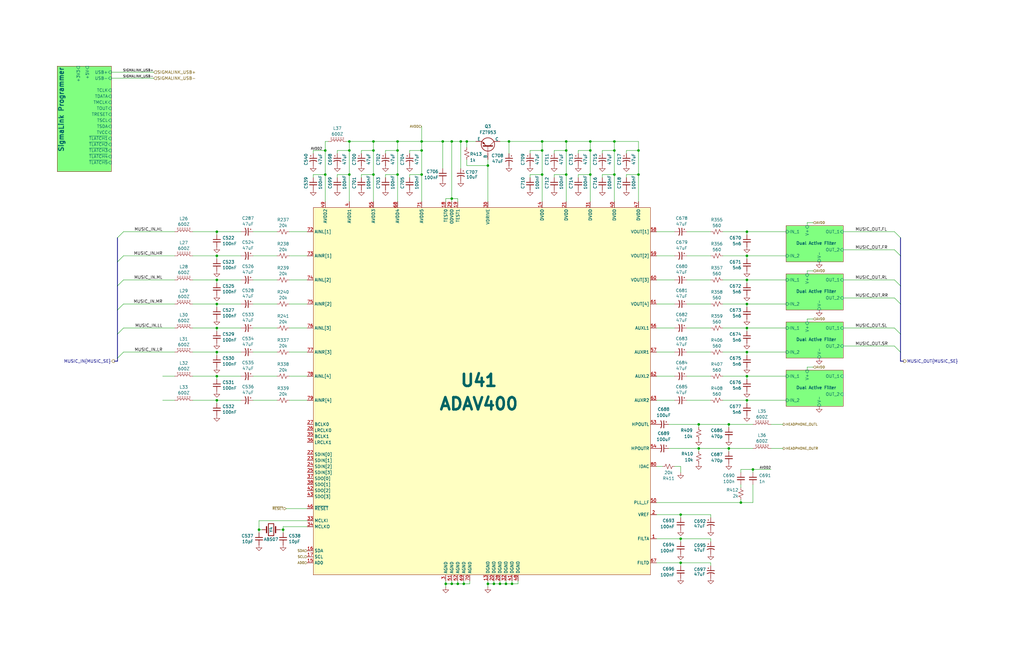
<source format=kicad_sch>
(kicad_sch (version 20250114) (generator "eeschema") (generator_version "9.0")
  (paper "B")
  (junction (at 157.48 63.5))
  (junction (at 177.8 73.66))
  (junction (at 195.58 246.38))
  (junction (at 91.44 158.75))
  (junction (at 190.5 59.69))
  (junction (at 307.34 179.07))
  (junction (at 269.24 73.66))
  (junction (at 186.69 59.69))
  (junction (at 238.76 63.5))
  (junction (at 314.96 107.95))
  (junction (at 314.96 128.27))
  (junction (at 196.85 59.69))
  (junction (at 294.64 179.07))
  (junction (at 177.8 63.5))
  (junction (at 177.8 59.69))
  (junction (at 314.96 158.75))
  (junction (at 210.82 246.38))
  (junction (at 314.96 168.91))
  (junction (at 259.08 63.5))
  (junction (at 314.96 118.11))
  (junction (at 190.5 83.82))
  (junction (at 287.02 217.17))
  (junction (at 248.92 63.5))
  (junction (at 147.32 59.69))
  (junction (at 167.64 63.5))
  (junction (at 238.76 73.66))
  (junction (at 205.74 246.38))
  (junction (at 294.64 189.23))
  (junction (at 91.44 128.27))
  (junction (at 193.04 246.38))
  (junction (at 91.44 97.79))
  (junction (at 213.36 246.38))
  (junction (at 91.44 118.11))
  (junction (at 228.6 59.69))
  (junction (at 109.22 223.52))
  (junction (at 312.42 212.09))
  (junction (at 259.08 59.69))
  (junction (at 214.63 59.69))
  (junction (at 287.02 237.49))
  (junction (at 269.24 63.5))
  (junction (at 314.96 138.43))
  (junction (at 238.76 59.69))
  (junction (at 314.96 148.59))
  (junction (at 119.38 223.52))
  (junction (at 228.6 73.66))
  (junction (at 91.44 168.91))
  (junction (at 248.92 59.69))
  (junction (at 228.6 63.5))
  (junction (at 157.48 73.66))
  (junction (at 208.28 246.38))
  (junction (at 91.44 138.43))
  (junction (at 157.48 59.69))
  (junction (at 190.5 246.38))
  (junction (at 248.92 73.66))
  (junction (at 187.96 246.38))
  (junction (at 137.16 63.5))
  (junction (at 91.44 107.95))
  (junction (at 205.74 69.85))
  (junction (at 167.64 59.69))
  (junction (at 259.08 73.66))
  (junction (at 314.96 97.79))
  (junction (at 147.32 63.5))
  (junction (at 147.32 73.66))
  (junction (at 317.5 198.12))
  (junction (at 137.16 73.66))
  (junction (at 215.9 246.38))
  (junction (at 287.02 227.33))
  (junction (at 307.34 189.23))
  (junction (at 91.44 148.59))
  (junction (at 194.31 59.69))
  (junction (at 167.64 73.66))
  (bus_entry (at 377.19 146.05) (size 2.54 2.54))
  (bus_entry (at 377.19 105.41) (size 2.54 2.54))
  (bus_entry (at 52.07 128.27) (size -2.54 2.54))
  (bus_entry (at 377.19 118.11) (size 2.54 2.54))
  (bus_entry (at 52.07 97.79) (size -2.54 2.54))
  (bus_entry (at 52.07 138.43) (size -2.54 2.54))
  (bus_entry (at 377.19 138.43) (size 2.54 2.54))
  (bus_entry (at 377.19 97.79) (size 2.54 2.54))
  (bus_entry (at 377.19 125.73) (size 2.54 2.54))
  (bus_entry (at 52.07 107.95) (size -2.54 2.54))
  (bus_entry (at 52.07 148.59) (size -2.54 2.54))
  (bus_entry (at 52.07 118.11) (size -2.54 2.54))
  (wire (pts (xy 377.19 125.73) (xy 355.6 125.73)))
  (wire (pts (xy 177.8 53.34) (xy 177.8 59.69)))
  (wire (pts (xy 81.28 148.59) (xy 91.44 148.59)))
  (wire (pts (xy 340.36 134.62) (xy 340.36 135.89)))
  (wire (pts (xy 312.42 198.12) (xy 317.5 198.12)))
  (wire (pts (xy 312.42 199.39) (xy 312.42 198.12)))
  (wire (pts (xy 276.86 227.33) (xy 287.02 227.33)))
  (wire (pts (xy 340.36 93.98) (xy 340.36 95.25)))
  (wire (pts (xy 64.77 33.02) (xy 46.99 33.02)))
  (bus (pts (xy 49.53 152.4) (xy 48.26 152.4)))
  (wire (pts (xy 254 73.66) (xy 254 74.93)))
  (wire (pts (xy 208.28 246.38) (xy 210.82 246.38)))
  (wire (pts (xy 314.96 107.95) (xy 304.8 107.95)))
  (wire (pts (xy 119.38 223.52) (xy 118.11 223.52)))
  (wire (pts (xy 109.22 224.79) (xy 109.22 223.52)))
  (wire (pts (xy 162.56 63.5) (xy 167.64 63.5)))
  (wire (pts (xy 121.92 118.11) (xy 129.54 118.11)))
  (wire (pts (xy 52.07 148.59) (xy 73.66 148.59)))
  (wire (pts (xy 287.02 196.85) (xy 284.48 196.85)))
  (wire (pts (xy 91.44 158.75) (xy 91.44 160.02)))
  (wire (pts (xy 248.92 73.66) (xy 243.84 73.66)))
  (wire (pts (xy 284.48 168.91) (xy 276.86 168.91)))
  (wire (pts (xy 248.92 59.69) (xy 259.08 59.69)))
  (wire (pts (xy 276.86 212.09) (xy 312.42 212.09)))
  (wire (pts (xy 299.72 237.49) (xy 299.72 238.76)))
  (wire (pts (xy 210.82 245.11) (xy 210.82 246.38)))
  (wire (pts (xy 109.22 219.71) (xy 109.22 223.52)))
  (wire (pts (xy 287.02 217.17) (xy 287.02 218.44)))
  (wire (pts (xy 142.24 73.66) (xy 142.24 74.93)))
  (wire (pts (xy 215.9 246.38) (xy 215.9 245.11)))
  (wire (pts (xy 287.02 227.33) (xy 299.72 227.33)))
  (wire (pts (xy 205.74 246.38) (xy 205.74 247.65)))
  (bus (pts (xy 379.73 140.97) (xy 379.73 148.59)))
  (wire (pts (xy 190.5 83.82) (xy 190.5 85.09)))
  (wire (pts (xy 287.02 199.39) (xy 287.02 196.85)))
  (wire (pts (xy 147.32 63.5) (xy 147.32 73.66)))
  (wire (pts (xy 137.16 59.69) (xy 138.43 59.69)))
  (wire (pts (xy 238.76 63.5) (xy 238.76 59.69)))
  (wire (pts (xy 214.63 59.69) (xy 228.6 59.69)))
  (wire (pts (xy 205.74 246.38) (xy 208.28 246.38)))
  (wire (pts (xy 287.02 237.49) (xy 287.02 238.76)))
  (wire (pts (xy 307.34 189.23) (xy 307.34 190.5)))
  (wire (pts (xy 172.72 63.5) (xy 177.8 63.5)))
  (wire (pts (xy 81.28 107.95) (xy 91.44 107.95)))
  (wire (pts (xy 248.92 63.5) (xy 248.92 59.69)))
  (wire (pts (xy 152.4 73.66) (xy 152.4 74.93)))
  (wire (pts (xy 330.2 179.07) (xy 325.12 179.07)))
  (wire (pts (xy 196.85 62.23) (xy 196.85 59.69)))
  (wire (pts (xy 314.96 128.27) (xy 304.8 128.27)))
  (wire (pts (xy 91.44 107.95) (xy 101.6 107.95)))
  (wire (pts (xy 106.68 148.59) (xy 116.84 148.59)))
  (wire (pts (xy 68.58 158.75) (xy 73.66 158.75)))
  (wire (pts (xy 307.34 179.07) (xy 307.34 180.34)))
  (wire (pts (xy 276.86 217.17) (xy 287.02 217.17)))
  (bus (pts (xy 49.53 110.49) (xy 49.53 120.65)))
  (wire (pts (xy 276.86 237.49) (xy 287.02 237.49)))
  (wire (pts (xy 289.56 97.79) (xy 299.72 97.79)))
  (wire (pts (xy 106.68 97.79) (xy 116.84 97.79)))
  (wire (pts (xy 294.64 189.23) (xy 307.34 189.23)))
  (wire (pts (xy 233.68 73.66) (xy 233.68 74.93)))
  (wire (pts (xy 314.96 168.91) (xy 304.8 168.91)))
  (wire (pts (xy 314.96 118.11) (xy 314.96 119.38)))
  (wire (pts (xy 228.6 85.09) (xy 228.6 73.66)))
  (wire (pts (xy 289.56 138.43) (xy 299.72 138.43)))
  (wire (pts (xy 177.8 63.5) (xy 177.8 73.66)))
  (wire (pts (xy 162.56 64.77) (xy 162.56 63.5)))
  (wire (pts (xy 264.16 73.66) (xy 264.16 74.93)))
  (wire (pts (xy 233.68 63.5) (xy 238.76 63.5)))
  (wire (pts (xy 228.6 59.69) (xy 238.76 59.69)))
  (wire (pts (xy 186.69 59.69) (xy 190.5 59.69)))
  (wire (pts (xy 68.58 168.91) (xy 73.66 168.91)))
  (wire (pts (xy 167.64 85.09) (xy 167.64 73.66)))
  (wire (pts (xy 377.19 105.41) (xy 355.6 105.41)))
  (wire (pts (xy 137.16 85.09) (xy 137.16 73.66)))
  (wire (pts (xy 129.54 219.71) (xy 109.22 219.71)))
  (wire (pts (xy 81.28 168.91) (xy 91.44 168.91)))
  (wire (pts (xy 314.96 148.59) (xy 314.96 149.86)))
  (wire (pts (xy 91.44 97.79) (xy 101.6 97.79)))
  (wire (pts (xy 177.8 59.69) (xy 186.69 59.69)))
  (wire (pts (xy 377.19 146.05) (xy 355.6 146.05)))
  (wire (pts (xy 312.42 210.82) (xy 312.42 212.09)))
  (wire (pts (xy 106.68 107.95) (xy 116.84 107.95)))
  (wire (pts (xy 259.08 63.5) (xy 259.08 59.69)))
  (wire (pts (xy 52.07 97.79) (xy 73.66 97.79)))
  (wire (pts (xy 233.68 64.77) (xy 233.68 63.5)))
  (wire (pts (xy 167.64 59.69) (xy 157.48 59.69)))
  (wire (pts (xy 195.58 245.11) (xy 195.58 246.38)))
  (wire (pts (xy 259.08 73.66) (xy 254 73.66)))
  (wire (pts (xy 314.96 148.59) (xy 331.47 148.59)))
  (wire (pts (xy 81.28 128.27) (xy 91.44 128.27)))
  (wire (pts (xy 137.16 63.5) (xy 137.16 73.66)))
  (wire (pts (xy 121.92 168.91) (xy 129.54 168.91)))
  (wire (pts (xy 317.5 204.47) (xy 317.5 212.09)))
  (wire (pts (xy 119.38 222.25) (xy 119.38 223.52)))
  (wire (pts (xy 284.48 97.79) (xy 276.86 97.79)))
  (wire (pts (xy 312.42 204.47) (xy 312.42 205.74)))
  (wire (pts (xy 342.9 134.62) (xy 340.36 134.62)))
  (wire (pts (xy 142.24 63.5) (xy 147.32 63.5)))
  (wire (pts (xy 52.07 107.95) (xy 73.66 107.95)))
  (wire (pts (xy 193.04 83.82) (xy 190.5 83.82)))
  (wire (pts (xy 314.96 128.27) (xy 314.96 129.54)))
  (wire (pts (xy 167.64 63.5) (xy 167.64 73.66)))
  (bus (pts (xy 49.53 140.97) (xy 49.53 151.13)))
  (wire (pts (xy 205.74 245.11) (xy 205.74 246.38)))
  (wire (pts (xy 284.48 107.95) (xy 276.86 107.95)))
  (wire (pts (xy 187.96 246.38) (xy 190.5 246.38)))
  (wire (pts (xy 289.56 148.59) (xy 299.72 148.59)))
  (wire (pts (xy 157.48 63.5) (xy 157.48 73.66)))
  (wire (pts (xy 186.69 59.69) (xy 186.69 71.12)))
  (wire (pts (xy 196.85 67.31) (xy 196.85 69.85)))
  (wire (pts (xy 269.24 85.09) (xy 269.24 73.66)))
  (wire (pts (xy 218.44 245.11) (xy 218.44 246.38)))
  (wire (pts (xy 190.5 59.69) (xy 190.5 83.82)))
  (wire (pts (xy 281.94 189.23) (xy 294.64 189.23)))
  (bus (pts (xy 379.73 148.59) (xy 379.73 152.4)))
  (wire (pts (xy 269.24 63.5) (xy 269.24 59.69)))
  (wire (pts (xy 109.22 223.52) (xy 110.49 223.52)))
  (wire (pts (xy 167.64 73.66) (xy 162.56 73.66)))
  (wire (pts (xy 377.19 118.11) (xy 355.6 118.11)))
  (wire (pts (xy 147.32 85.09) (xy 147.32 73.66)))
  (wire (pts (xy 177.8 63.5) (xy 177.8 59.69)))
  (bus (pts (xy 379.73 120.65) (xy 379.73 128.27)))
  (wire (pts (xy 213.36 245.11) (xy 213.36 246.38)))
  (bus (pts (xy 49.53 120.65) (xy 49.53 130.81)))
  (wire (pts (xy 254 63.5) (xy 259.08 63.5)))
  (wire (pts (xy 91.44 138.43) (xy 101.6 138.43)))
  (wire (pts (xy 91.44 118.11) (xy 101.6 118.11)))
  (wire (pts (xy 264.16 64.77) (xy 264.16 63.5)))
  (wire (pts (xy 91.44 97.79) (xy 91.44 99.06)))
  (wire (pts (xy 289.56 118.11) (xy 299.72 118.11)))
  (wire (pts (xy 314.96 97.79) (xy 314.96 99.06)))
  (wire (pts (xy 196.85 69.85) (xy 205.74 69.85)))
  (bus (pts (xy 379.73 128.27) (xy 379.73 140.97)))
  (wire (pts (xy 194.31 59.69) (xy 196.85 59.69)))
  (wire (pts (xy 284.48 128.27) (xy 276.86 128.27)))
  (wire (pts (xy 223.52 64.77) (xy 223.52 63.5)))
  (wire (pts (xy 314.96 128.27) (xy 331.47 128.27)))
  (wire (pts (xy 121.92 138.43) (xy 129.54 138.43)))
  (wire (pts (xy 243.84 64.77) (xy 243.84 63.5)))
  (wire (pts (xy 91.44 168.91) (xy 91.44 170.18)))
  (wire (pts (xy 284.48 138.43) (xy 276.86 138.43)))
  (wire (pts (xy 91.44 168.91) (xy 101.6 168.91)))
  (wire (pts (xy 284.48 118.11) (xy 276.86 118.11)))
  (wire (pts (xy 190.5 59.69) (xy 194.31 59.69)))
  (wire (pts (xy 137.16 73.66) (xy 132.08 73.66)))
  (wire (pts (xy 238.76 63.5) (xy 238.76 73.66)))
  (wire (pts (xy 314.96 107.95) (xy 331.47 107.95)))
  (wire (pts (xy 377.19 97.79) (xy 355.6 97.79)))
  (wire (pts (xy 317.5 179.07) (xy 307.34 179.07)))
  (wire (pts (xy 196.85 59.69) (xy 200.66 59.69)))
  (wire (pts (xy 91.44 118.11) (xy 91.44 119.38)))
  (bus (pts (xy 379.73 107.95) (xy 379.73 120.65)))
  (wire (pts (xy 194.31 59.69) (xy 194.31 71.12)))
  (wire (pts (xy 259.08 85.09) (xy 259.08 73.66)))
  (wire (pts (xy 264.16 63.5) (xy 269.24 63.5)))
  (wire (pts (xy 91.44 148.59) (xy 91.44 149.86)))
  (wire (pts (xy 157.48 63.5) (xy 157.48 59.69)))
  (wire (pts (xy 198.12 246.38) (xy 198.12 245.11)))
  (wire (pts (xy 228.6 63.5) (xy 228.6 73.66)))
  (wire (pts (xy 106.68 118.11) (xy 116.84 118.11)))
  (wire (pts (xy 314.96 138.43) (xy 304.8 138.43)))
  (wire (pts (xy 314.96 158.75) (xy 304.8 158.75)))
  (wire (pts (xy 269.24 73.66) (xy 264.16 73.66)))
  (wire (pts (xy 314.96 97.79) (xy 331.47 97.79)))
  (wire (pts (xy 147.32 73.66) (xy 142.24 73.66)))
  (bus (pts (xy 379.73 152.4) (xy 381 152.4)))
  (wire (pts (xy 193.04 85.09) (xy 193.04 83.82)))
  (wire (pts (xy 223.52 73.66) (xy 223.52 74.93)))
  (wire (pts (xy 152.4 63.5) (xy 157.48 63.5)))
  (wire (pts (xy 314.96 138.43) (xy 331.47 138.43)))
  (wire (pts (xy 106.68 128.27) (xy 116.84 128.27)))
  (wire (pts (xy 91.44 138.43) (xy 91.44 139.7)))
  (wire (pts (xy 223.52 63.5) (xy 228.6 63.5)))
  (wire (pts (xy 152.4 64.77) (xy 152.4 63.5)))
  (wire (pts (xy 281.94 179.07) (xy 294.64 179.07)))
  (wire (pts (xy 91.44 128.27) (xy 91.44 129.54)))
  (wire (pts (xy 377.19 138.43) (xy 355.6 138.43)))
  (wire (pts (xy 106.68 158.75) (xy 116.84 158.75)))
  (wire (pts (xy 81.28 97.79) (xy 91.44 97.79)))
  (wire (pts (xy 208.28 245.11) (xy 208.28 246.38)))
  (wire (pts (xy 342.9 114.3) (xy 340.36 114.3)))
  (wire (pts (xy 64.77 30.48) (xy 46.99 30.48)))
  (wire (pts (xy 294.64 189.23) (xy 294.64 190.5)))
  (wire (pts (xy 289.56 128.27) (xy 299.72 128.27)))
  (wire (pts (xy 137.16 59.69) (xy 137.16 63.5)))
  (wire (pts (xy 52.07 138.43) (xy 73.66 138.43)))
  (wire (pts (xy 157.48 59.69) (xy 147.32 59.69)))
  (wire (pts (xy 147.32 59.69) (xy 147.32 63.5)))
  (wire (pts (xy 162.56 73.66) (xy 162.56 74.93)))
  (wire (pts (xy 187.96 245.11) (xy 187.96 246.38)))
  (wire (pts (xy 91.44 158.75) (xy 101.6 158.75)))
  (wire (pts (xy 314.96 168.91) (xy 314.96 170.18)))
  (wire (pts (xy 91.44 128.27) (xy 101.6 128.27)))
  (wire (pts (xy 314.96 118.11) (xy 304.8 118.11)))
  (wire (pts (xy 299.72 217.17) (xy 299.72 218.44)))
  (wire (pts (xy 342.9 154.94) (xy 340.36 154.94)))
  (bus (pts (xy 49.53 100.33) (xy 49.53 110.49)))
  (wire (pts (xy 340.36 114.3) (xy 340.36 115.57)))
  (wire (pts (xy 106.68 138.43) (xy 116.84 138.43)))
  (wire (pts (xy 81.28 118.11) (xy 91.44 118.11)))
  (wire (pts (xy 218.44 246.38) (xy 215.9 246.38)))
  (wire (pts (xy 317.5 212.09) (xy 312.42 212.09)))
  (bus (pts (xy 49.53 130.81) (xy 49.53 140.97)))
  (wire (pts (xy 52.07 118.11) (xy 73.66 118.11)))
  (wire (pts (xy 289.56 168.91) (xy 299.72 168.91)))
  (wire (pts (xy 259.08 59.69) (xy 269.24 59.69)))
  (wire (pts (xy 284.48 158.75) (xy 276.86 158.75)))
  (wire (pts (xy 167.64 63.5) (xy 167.64 59.69)))
  (wire (pts (xy 187.96 83.82) (xy 187.96 85.09)))
  (wire (pts (xy 177.8 73.66) (xy 172.72 73.66)))
  (wire (pts (xy 119.38 224.79) (xy 119.38 223.52)))
  (wire (pts (xy 121.92 148.59) (xy 129.54 148.59)))
  (wire (pts (xy 214.63 59.69) (xy 214.63 64.77)))
  (wire (pts (xy 91.44 148.59) (xy 101.6 148.59)))
  (wire (pts (xy 314.96 138.43) (xy 314.96 139.7)))
  (wire (pts (xy 243.84 73.66) (xy 243.84 74.93)))
  (wire (pts (xy 248.92 85.09) (xy 248.92 73.66)))
  (wire (pts (xy 120.65 214.63) (xy 129.54 214.63)))
  (bus (pts (xy 379.73 100.33) (xy 379.73 107.95)))
  (wire (pts (xy 287.02 237.49) (xy 299.72 237.49)))
  (wire (pts (xy 314.96 158.75) (xy 331.47 158.75)))
  (wire (pts (xy 294.64 179.07) (xy 294.64 180.34)))
  (wire (pts (xy 172.72 64.77) (xy 172.72 63.5)))
  (wire (pts (xy 132.08 64.77) (xy 132.08 63.5)))
  (wire (pts (xy 314.96 107.95) (xy 314.96 109.22)))
  (wire (pts (xy 121.92 158.75) (xy 129.54 158.75)))
  (wire (pts (xy 157.48 73.66) (xy 152.4 73.66)))
  (wire (pts (xy 195.58 246.38) (xy 198.12 246.38)))
  (bus (pts (xy 49.53 152.4) (xy 49.53 151.13)))
  (wire (pts (xy 276.86 196.85) (xy 279.4 196.85)))
  (wire (pts (xy 317.5 189.23) (xy 307.34 189.23)))
  (wire (pts (xy 213.36 246.38) (xy 215.9 246.38)))
  (wire (pts (xy 342.9 93.98) (xy 340.36 93.98)))
  (wire (pts (xy 314.96 158.75) (xy 314.96 160.02)))
  (wire (pts (xy 287.02 217.17) (xy 299.72 217.17)))
  (wire (pts (xy 289.56 107.95) (xy 299.72 107.95)))
  (wire (pts (xy 121.92 97.79) (xy 129.54 97.79)))
  (wire (pts (xy 146.05 59.69) (xy 147.32 59.69)))
  (wire (pts (xy 172.72 73.66) (xy 172.72 74.93)))
  (wire (pts (xy 193.04 246.38) (xy 195.58 246.38)))
  (wire (pts (xy 314.96 168.91) (xy 331.47 168.91)))
  (wire (pts (xy 205.74 69.85) (xy 205.74 85.09)))
  (wire (pts (xy 248.92 63.5) (xy 248.92 73.66)))
  (wire (pts (xy 52.07 128.27) (xy 73.66 128.27)))
  (wire (pts (xy 284.48 148.59) (xy 276.86 148.59)))
  (wire (pts (xy 317.5 198.12) (xy 317.5 199.39)))
  (wire (pts (xy 91.44 107.95) (xy 91.44 109.22)))
  (wire (pts (xy 129.54 222.25) (xy 119.38 222.25)))
  (wire (pts (xy 314.96 118.11) (xy 331.47 118.11)))
  (wire (pts (xy 243.84 63.5) (xy 248.92 63.5)))
  (wire (pts (xy 254 64.77) (xy 254 63.5)))
  (wire (pts (xy 190.5 83.82) (xy 187.96 83.82)))
  (wire (pts (xy 314.96 148.59) (xy 304.8 148.59)))
  (wire (pts (xy 228.6 63.5) (xy 228.6 59.69)))
  (wire (pts (xy 187.96 246.38) (xy 187.96 247.65)))
  (wire (pts (xy 121.92 128.27) (xy 129.54 128.27)))
  (wire (pts (xy 157.48 85.09) (xy 157.48 73.66)))
  (wire (pts (xy 238.76 59.69) (xy 248.92 59.69)))
  (wire (pts (xy 132.08 63.5) (xy 137.16 63.5)))
  (wire (pts (xy 205.74 67.31) (xy 205.74 69.85)))
  (wire (pts (xy 190.5 245.11) (xy 190.5 246.38)))
  (wire (pts (xy 228.6 73.66) (xy 223.52 73.66)))
  (wire (pts (xy 238.76 85.09) (xy 238.76 73.66)))
  (wire (pts (xy 121.92 107.95) (xy 129.54 107.95)))
  (wire (pts (xy 81.28 138.43) (xy 91.44 138.43)))
  (wire (pts (xy 81.28 158.75) (xy 91.44 158.75)))
  (wire (pts (xy 214.63 59.69) (xy 210.82 59.69)))
  (wire (pts (xy 330.2 189.23) (xy 325.12 189.23)))
  (wire (pts (xy 177.8 59.69) (xy 167.64 59.69)))
  (wire (pts (xy 340.36 154.94) (xy 340.36 156.21)))
  (wire (pts (xy 193.04 245.11) (xy 193.04 246.38)))
  (wire (pts (xy 269.24 63.5) (xy 269.24 73.66)))
  (wire (pts (xy 299.72 227.33) (xy 299.72 228.6)))
  (wire (pts (xy 177.8 85.09) (xy 177.8 73.66)))
  (wire (pts (xy 287.02 227.33) (xy 287.02 228.6)))
  (wire (pts (xy 325.12 198.12) (xy 317.5 198.12)))
  (wire (pts (xy 289.56 158.75) (xy 299.72 158.75)))
  (wire (pts (xy 238.76 73.66) (xy 233.68 73.66)))
  (wire (pts (xy 294.64 179.07) (xy 307.34 179.07)))
  (wire (pts (xy 314.96 97.79) (xy 304.8 97.79)))
  (wire (pts (xy 142.24 64.77) (xy 142.24 63.5)))
  (wire (pts (xy 190.5 246.38) (xy 193.04 246.38)))
  (wire (pts (xy 259.08 63.5) (xy 259.08 73.66)))
  (wire (pts (xy 210.82 246.38) (xy 213.36 246.38)))
  (wire (pts (xy 132.08 73.66) (xy 132.08 74.93)))
  (wire (pts (xy 106.68 168.91) (xy 116.84 168.91)))
  (label "MUSIC_OUT.RR" (at 360.68 125.73 0))
  (label "AVDD2" (at 135.89 63.5 180) (effects (font (size 1 1))))
  (label "AVDD2" (at 325.12 198.12 180) (effects (font (size 1 1))))
  (label "MUSIC_IN.HL" (at 68.58 97.79 180))
  (label "MUSIC_OUT.RL" (at 360.68 118.11 0))
  (label "MUSIC_OUT.FL" (at 360.68 97.79 0))
  (label "MUSIC_IN.MR" (at 68.58 128.27 180))
  (label "MUSIC_OUT.SL" (at 360.68 138.43 0))
  (label "SIGMALINK_USB-" (at 64.77 33.02 180) (effects (font (size 1 1))))
  (label "MUSIC_OUT.FR" (at 360.68 105.41 0))
  (label "MUSIC_OUT.SR" (at 360.68 146.05 0))
  (label "MUSIC_IN.LL" (at 68.58 138.43 180))
  (label "MUSIC_IN.LR" (at 68.58 148.59 180))
  (label "MUSIC_IN.ML" (at 68.58 118.11 180))
  (label "SIGMALINK_USB+" (at 64.77 30.48 180) (effects (font (size 1 1))))
  (label "MUSIC_IN.HR" (at 68.58 107.95 180))
  (hierarchical_label "~{RESET}" (shape input) (at 120.65 214.63 180) (effects (font (size 1 1))))
  (hierarchical_label "HEADPHONE_OUTR" (shape output) (at 330.2 189.23 0) (effects (font (size 1 1))))
  (hierarchical_label "AVDD" (shape input) (at 342.9 93.98 0) (effects (font (size 1 1))))
  (hierarchical_label "SDA" (shape input) (at 129.54 232.41 180) (effects (font (size 1 1))))
  (hierarchical_label "AVDD" (shape input) (at 177.8 53.34 180) (effects (font (size 1 1))))
  (hierarchical_label "SIGMALINK_USB-" (shape input) (at 64.77 33.02 0))
  (hierarchical_label "AD0" (shape input) (at 129.54 237.49 180) (effects (font (size 1 1))))
  (hierarchical_label "MUSIC_OUT{MUSIC_SE}" (shape output) (at 381 152.4 0))
  (hierarchical_label "AVDD" (shape input) (at 342.9 114.3 0) (effects (font (size 1 1))))
  (hierarchical_label "AVDD" (shape input) (at 342.9 154.94 0) (effects (font (size 1 1))))
  (hierarchical_label "MUSIC_IN{MUSIC_SE}" (shape output) (at 48.26 152.4 180))
  (hierarchical_label "SCL" (shape input) (at 129.54 234.95 180) (effects (font (size 1 1))))
  (hierarchical_label "AVDD" (shape input) (at 342.9 134.62 0) (effects (font (size 1 1))))
  (hierarchical_label "HEADPHONE_OUTL" (shape output) (at 330.2 179.07 0) (effects (font (size 1 1))))
  (hierarchical_label "SIGMALINK_USB+" (shape input) (at 64.77 30.48 0))
  (symbol (lib_id "Device:C_Polarized_Small_US") (at 279.4 179.07 270) (unit 1)
    (property "Reference" "C688" (at 279.8318 172.72 90))
    (property "Value" "100uF" (at 279.8318 175.26 90))
    (property "Description" "Polarized capacitor, small US symbol" (effects (hide yes)))
  )
  (symbol (lib_id "Device:C_Small") (at 314.96 142.24 0) (mirror y) (unit 1)
    (property "Reference" "C674" (at 312.6359 141.0341 0) (effects (justify left)))
    (property "Value" "5n6" (at 312.6359 143.4584 0) (effects (justify left)))
    (property "Description" "Unpolarized capacitor, small symbol" (effects (hide yes)))
  )
  (symbol (lib_id "power:GND") (at 345.44 110.49 0) (unit 1)
    (property "Reference" "#PWR0897" (effects (hide yes)))
    (property "Value" "GND" (effects (hide yes)))
    (property "Description" "Power symbol creates a global label with name \"GND\" , ground" (effects (hide yes)))
  )
  (symbol (lib_id "Device:R_Small_US") (at 302.26 138.43 270) (mirror x) (unit 1)
    (property "Reference" "R359" (at 302.26 133.3965 90))
    (property "Value" "560" (at 302.26 135.8208 90))
    (property "Description" "Resistor, small US symbol" (effects (hide yes)))
  )
  (symbol (lib_id "Device:R_Small_US") (at 312.42 208.28 180) (unit 1)
    (property "Reference" "R412" (at 311.404 206.756 0) (effects (justify left)))
    (property "Value" "2k" (at 311.404 209.296 0) (effects (justify left)))
    (property "Description" "Resistor, small US symbol" (effects (hide yes)))
  )
  (symbol (lib_id "power:GND") (at 287.02 233.68 0) (mirror y) (unit 1)
    (property "Reference" "#PWR0846" (effects (hide yes)))
    (property "Value" "GND" (effects (hide yes)))
    (property "Description" "Power symbol creates a global label with name \"GND\" , ground" (effects (hide yes)))
  )
  (symbol (lib_id "Device:C_Polarized_Small_US") (at 104.14 97.79 270) (unit 1)
    (property "Reference" "C287" (at 104.5718 92.0961 90))
    (property "Value" "47uF" (at 104.5718 94.5204 90))
    (property "Description" "Polarized capacitor, small US symbol" (effects (hide yes)))
  )
  (symbol (lib_id "Device:C_Small") (at 91.44 111.76 0) (unit 1)
    (property "Reference" "C523" (at 93.7641 110.5541 0) (effects (justify left)))
    (property "Value" "100nF" (at 93.7641 112.9784 0) (effects (justify left)))
    (property "Description" "Unpolarized capacitor, small symbol" (effects (hide yes)))
  )
  (symbol (lib_id "power:GND") (at 109.22 229.87 0) (unit 1)
    (property "Reference" "#PWR0693" (effects (hide yes)))
    (property "Value" "GND" (effects (hide yes)))
    (property "Description" "Power symbol creates a global label with name \"GND\" , ground" (effects (hide yes)))
  )
  (symbol (lib_id "Device:R_Small_US") (at 281.94 196.85 270) (unit 1)
    (property "Reference" "R411" (at 281.94 201.8835 90))
    (property "Value" "20k" (at 281.94 199.4592 90))
    (property "Description" "Resistor, small US symbol" (effects (hide yes)))
  )
  (symbol (lib_id "Device:C_Polarized_Small_US") (at 243.84 67.31 0) (unit 1)
    (property "Reference" "C713" (at 240.792 69.85 90) (effects (justify left)))
    (property "Value" "47uF" (at 246.888 69.596 90) (effects (justify left)))
    (property "Description" "Polarized capacitor, small US symbol" (effects (hide yes)))
  )
  (symbol (lib_id "Device:C_Polarized_Small_US") (at 299.72 220.98 0) (unit 1)
    (property "Reference" "C692" (at 297.688 219.964 0) (effects (justify right)))
    (property "Value" "47uF" (at 297.434 221.996 0) (effects (justify right)))
    (property "Description" "Polarized capacitor, small US symbol" (effects (hide yes)))
  )
  (symbol (lib_id "Device:C_Small") (at 172.72 77.47 0) (unit 1)
    (property "Reference" "C705" (at 169.672 79.756 90) (effects (justify left)))
    (property "Value" "100nF" (at 175.768 80.01 90) (effects (justify left)))
    (property "Description" "Unpolarized capacitor, small symbol" (effects (hide yes)))
  )
  (symbol (lib_id "Device:L_Ferrite") (at 321.31 179.07 270) (mirror x) (unit 1)
    (property "Reference" "L35" (at 321.31 173.5285 90))
    (property "Value" "600Z" (at 321.31 175.9528 90))
    (property "Description" "Inductor with ferrite core" (effects (hide yes)))
  )
  (symbol (lib_id "Device:C_Polarized_Small_US") (at 104.14 118.11 270) (unit 1)
    (property "Reference" "C526" (at 104.5718 112.4161 90))
    (property "Value" "47uF" (at 104.5718 114.8404 90))
    (property "Description" "Polarized capacitor, small US symbol" (effects (hide yes)))
  )
  (symbol (lib_id "power:GND") (at 91.44 114.3 0) (unit 1)
    (property "Reference" "#PWR0686" (effects (hide yes)))
    (property "Value" "GND" (effects (hide yes)))
    (property "Description" "Power symbol creates a global label with name \"GND\" , ground" (effects (hide yes)))
  )
  (symbol (lib_id "Device:Crystal") (at 114.3 223.52 0) (mirror y) (unit 1)
    (property "Reference" "Y4" (at 114.3 223.52 90))
    (property "Value" "ABS07" (at 114.3 227.584 0))
    (property "Datasheet" "https://abracon.com/Resonators/ABS07.pdf" (effects (hide yes)))
    (property "Description" "Two pin crystal" (effects (hide yes)))
  )
  (symbol (lib_id "Device:R_Small_US") (at 119.38 138.43 90) (unit 1)
    (property "Reference" "R241" (at 119.38 133.3965 90))
    (property "Value" "20k" (at 119.38 135.8208 90))
    (property "Description" "Resistor, small US symbol" (effects (hide yes)))
  )
  (symbol (lib_id "Device:C_Small") (at 233.68 77.47 0) (unit 1)
    (property "Reference" "C712" (at 230.632 79.756 90) (effects (justify left)))
    (property "Value" "100nF" (at 236.728 80.01 90) (effects (justify left)))
    (property "Description" "Unpolarized capacitor, small symbol" (effects (hide yes)))
  )
  (symbol (lib_id "Device:C_Small") (at 91.44 152.4 0) (unit 1)
    (property "Reference" "C530" (at 93.7641 151.1941 0) (effects (justify left)))
    (property "Value" "100nF" (at 93.7641 153.6184 0) (effects (justify left)))
    (property "Description" "Unpolarized capacitor, small symbol" (effects (hide yes)))
  )
  (symbol (lib_id "power:GND") (at 254 69.85 0) (unit 1)
    (property "Reference" "#PWR0867" (effects (hide yes)))
    (property "Value" "GND" (effects (hide yes)))
    (property "Description" "Power symbol creates a global label with name \"GND\" , ground" (effects (hide yes)))
  )
  (symbol (lib_id "Device:C_Polarized_Small_US") (at 104.14 148.59 270) (unit 1)
    (property "Reference" "C534" (at 104.5718 142.8961 90))
    (property "Value" "47uF" (at 104.5718 145.3204 90))
    (property "Description" "Polarized capacitor, small US symbol" (effects (hide yes)))
  )
  (symbol (lib_id "Device:C_Polarized_Small_US") (at 104.14 158.75 270) (unit 1)
    (property "Reference" "C535" (at 104.5718 153.0561 90))
    (property "Value" "47uF" (at 104.5718 155.4804 90))
    (property "Description" "Polarized capacitor, small US symbol" (effects (hide yes)))
  )
  (symbol (lib_id "Device:L_Ferrite") (at 142.24 59.69 90) (unit 1)
    (property "Reference" "L37" (at 142.24 54.1485 90))
    (property "Value" "600Z" (at 142.24 56.5728 90))
    (property "Description" "Inductor with ferrite core" (effects (hide yes)))
  )
  (symbol (lib_id "power:GND") (at 299.72 223.52 0) (mirror y) (unit 1)
    (property "Reference" "#PWR0845" (effects (hide yes)))
    (property "Value" "GND" (effects (hide yes)))
    (property "Description" "Power symbol creates a global label with name \"GND\" , ground" (effects (hide yes)))
  )
  (symbol (lib_id "Device:C_Small") (at 314.96 172.72 0) (mirror y) (unit 1)
    (property "Reference" "C677" (at 312.6359 171.5141 0) (effects (justify left)))
    (property "Value" "5n6" (at 312.6359 173.9384 0) (effects (justify left)))
    (property "Description" "Unpolarized capacitor, small symbol" (effects (hide yes)))
  )
  (symbol (lib_id "Device:R_Small_US") (at 119.38 118.11 90) (unit 1)
    (property "Reference" "R239" (at 119.38 113.0765 90))
    (property "Value" "20k" (at 119.38 115.5008 90))
    (property "Description" "Resistor, small US symbol" (effects (hide yes)))
  )
  (symbol (lib_id "Device:C_Polarized_Small_US") (at 287.02 148.59 270) (unit 1)
    (property "Reference" "C683" (at 287.4518 142.8961 90))
    (property "Value" "47uF" (at 287.4518 145.3204 90))
    (property "Description" "Polarized capacitor, small US symbol" (effects (hide yes)))
  )
  (symbol (lib_id "Device:C_Polarized_Small_US") (at 172.72 67.31 0) (unit 1)
    (property "Reference" "C704" (at 169.672 69.85 90) (effects (justify left)))
    (property "Value" "47uF" (at 175.768 69.596 90) (effects (justify left)))
    (property "Description" "Polarized capacitor, small US symbol" (effects (hide yes)))
  )
  (symbol (lib_id "Device:C_Polarized_Small_US") (at 299.72 231.14 0) (unit 1)
    (property "Reference" "C695" (at 297.688 230.124 0) (effects (justify right)))
    (property "Value" "47uF" (at 297.434 232.156 0) (effects (justify right)))
    (property "Description" "Polarized capacitor, small US symbol" (effects (hide yes)))
  )
  (symbol (lib_id "power:GND") (at 91.44 124.46 0) (unit 1)
    (property "Reference" "#PWR0687" (effects (hide yes)))
    (property "Value" "GND" (effects (hide yes)))
    (property "Description" "Power symbol creates a global label with name \"GND\" , ground" (effects (hide yes)))
  )
  (symbol (lib_id "power:GND") (at 287.02 223.52 0) (mirror y) (unit 1)
    (property "Reference" "#PWR0844" (effects (hide yes)))
    (property "Value" "GND" (effects (hide yes)))
    (property "Description" "Power symbol creates a global label with name \"GND\" , ground" (effects (hide yes)))
  )
  (symbol (lib_id "power:GND") (at 287.02 199.39 0) (mirror y) (unit 1)
    (property "Reference" "#PWR0843" (effects (hide yes)))
    (property "Value" "GND" (effects (hide yes)))
    (property "Description" "Power symbol creates a global label with name \"GND\" , ground" (effects (hide yes)))
  )
  (symbol (lib_id "Device:R_Small_US") (at 119.38 97.79 90) (unit 1)
    (property "Reference" "R237" (at 119.38 92.7565 90))
    (property "Value" "20k" (at 119.38 95.1808 90))
    (property "Description" "Resistor, small US symbol" (effects (hide yes)))
  )
  (symbol (lib_id "Device:C_Small") (at 254 77.47 0) (unit 1)
    (property "Reference" "C716" (at 250.952 79.756 90) (effects (justify left)))
    (property "Value" "100nF" (at 257.048 80.01 90) (effects (justify left)))
    (property "Description" "Unpolarized capacitor, small symbol" (effects (hide yes)))
  )
  (symbol (lib_id "Device:R_Small_US") (at 119.38 168.91 90) (unit 1)
    (property "Reference" "R339" (at 119.38 163.8765 90))
    (property "Value" "20k" (at 119.38 166.3008 90))
    (property "Description" "Resistor, small US symbol" (effects (hide yes)))
  )
  (symbol (lib_id "Device:C_Polarized_Small_US") (at 279.4 189.23 270) (unit 1)
    (property "Reference" "C689" (at 279.8318 182.88 90))
    (property "Value" "100uF" (at 279.8318 185.42 90))
    (property "Description" "Polarized capacitor, small US symbol" (effects (hide yes)))
  )
  (symbol (lib_id "Device:C_Small") (at 119.38 227.33 0) (unit 1)
    (property "Reference" "C538" (at 121.7041 226.1241 0) (effects (justify left)))
    (property "Value" "10pF" (at 121.7041 228.5484 0) (effects (justify left)))
    (property "Description" "Unpolarized capacitor, small symbol" (effects (hide yes)))
  )
  (symbol (lib_id "Device:C_Polarized_Small_US") (at 104.14 138.43 270) (unit 1)
    (property "Reference" "C533" (at 104.5718 132.7361 90))
    (property "Value" "47uF" (at 104.5718 135.1604 90))
    (property "Description" "Polarized capacitor, small US symbol" (effects (hide yes)))
  )
  (symbol (lib_id "Device:R_Small_US") (at 119.38 107.95 90) (unit 1)
    (property "Reference" "R238" (at 119.38 102.9165 90))
    (property "Value" "20k" (at 119.38 105.3408 90))
    (property "Description" "Resistor, small US symbol" (effects (hide yes)))
  )
  (symbol (lib_id "Device:C_Small") (at 91.44 172.72 0) (unit 1)
    (property "Reference" "C532" (at 93.7641 171.5141 0) (effects (justify left)))
    (property "Value" "100nF" (at 93.7641 173.9384 0) (effects (justify left)))
    (property "Description" "Unpolarized capacitor, small symbol" (effects (hide yes)))
  )
  (symbol (lib_id "Device:C_Polarized_Small_US") (at 104.14 107.95 270) (unit 1)
    (property "Reference" "C524" (at 104.5718 102.2561 90))
    (property "Value" "47uF" (at 104.5718 104.6804 90))
    (property "Description" "Polarized capacitor, small US symbol" (effects (hide yes)))
  )
  (symbol (lib_id "Device:C_Polarized_Small_US") (at 132.08 67.31 0) (unit 1)
    (property "Reference" "C540" (at 129.032 69.85 90) (effects (justify left)))
    (property "Value" "47uF" (at 135.128 69.596 90) (effects (justify left)))
    (property "Description" "Polarized capacitor, small US symbol" (effects (hide yes)))
  )
  (symbol (lib_id "Device:C_Small") (at 287.02 231.14 0) (unit 1)
    (property "Reference" "C694" (at 284.48 229.8762 0) (effects (justify right)))
    (property "Value" "100nF" (at 284.48 232.4162 0) (effects (justify right)))
    (property "Description" "Unpolarized capacitor, small symbol" (effects (hide yes)))
  )
  (symbol (lib_id "Device:C_Polarized_Small_US") (at 287.02 128.27 270) (unit 1)
    (property "Reference" "C681" (at 287.4518 122.5761 90))
    (property "Value" "47uF" (at 287.4518 125.0004 90))
    (property "Description" "Polarized capacitor, small US symbol" (effects (hide yes)))
  )
  (symbol (lib_id "power:GND") (at 294.64 195.58 0) (mirror y) (unit 1)
    (property "Reference" "#PWR0842" (effects (hide yes)))
    (property "Value" "GND" (effects (hide yes)))
    (property "Description" "Power symbol creates a global label with name \"GND\" , ground" (effects (hide yes)))
  )
  (symbol (lib_id "power:GND") (at 314.96 175.26 0) (mirror y) (unit 1)
    (property "Reference" "#PWR0838" (effects (hide yes)))
    (property "Value" "GND" (effects (hide yes)))
    (property "Description" "Power symbol creates a global label with name \"GND\" , ground" (effects (hide yes)))
  )
  (symbol (lib_id "Device:C_Small") (at 142.24 77.47 0) (unit 1)
    (property "Reference" "C699" (at 139.192 79.756 90) (effects (justify left)))
    (property "Value" "100nF" (at 145.288 80.01 90) (effects (justify left)))
    (property "Description" "Unpolarized capacitor, small symbol" (effects (hide yes)))
  )
  (symbol (lib_id "power:GND") (at 132.08 69.85 0) (unit 1)
    (property "Reference" "#PWR0696" (effects (hide yes)))
    (property "Value" "GND" (effects (hide yes)))
    (property "Description" "Power symbol creates a global label with name \"GND\" , ground" (effects (hide yes)))
  )
  (symbol (lib_id "power:GND") (at 187.96 247.65 0) (unit 1)
    (property "Reference" "#PWR0266" (effects (hide yes)))
    (property "Value" "GND" (effects (hide yes)))
    (property "Description" "Power symbol creates a global label with name \"GND\" , ground" (effects (hide yes)))
  )
  (symbol (lib_id "power:GND") (at 287.02 243.84 0) (mirror y) (unit 1)
    (property "Reference" "#PWR0848" (effects (hide yes)))
    (property "Value" "GND" (effects (hide yes)))
    (property "Description" "Power symbol creates a global label with name \"GND\" , ground" (effects (hide yes)))
  )
  (symbol (lib_id "Device:C_Polarized_Small_US") (at 287.02 107.95 270) (unit 1)
    (property "Reference" "C679" (at 287.4518 102.2561 90))
    (property "Value" "47uF" (at 287.4518 104.6804 90))
    (property "Description" "Polarized capacitor, small US symbol" (effects (hide yes)))
  )
  (symbol (lib_id "power:GND") (at 307.34 185.42 0) (mirror y) (unit 1)
    (property "Reference" "#PWR0840" (effects (hide yes)))
    (property "Value" "GND" (effects (hide yes)))
    (property "Description" "Power symbol creates a global label with name \"GND\" , ground" (effects (hide yes)))
  )
  (symbol (lib_id "Device:C_Polarized_Small_US") (at 287.02 138.43 270) (unit 1)
    (property "Reference" "C682" (at 287.4518 132.7361 90))
    (property "Value" "47uF" (at 287.4518 135.1604 90))
    (property "Description" "Polarized capacitor, small US symbol" (effects (hide yes)))
  )
  (symbol (lib_id "power:GND") (at 233.68 80.01 0) (unit 1)
    (property "Reference" "#PWR0864" (effects (hide yes)))
    (property "Value" "GND" (effects (hide yes)))
    (property "Description" "Power symbol creates a global label with name \"GND\" , ground" (effects (hide yes)))
  )
  (symbol (lib_id "Device:C_Small") (at 314.96 111.76 0) (mirror y) (unit 1)
    (property "Reference" "C671" (at 312.6359 110.5541 0) (effects (justify left)))
    (property "Value" "5n6" (at 312.6359 112.9784 0) (effects (justify left)))
    (property "Description" "Unpolarized capacitor, small symbol" (effects (hide yes)))
  )
  (symbol (lib_id "Device:C_Small") (at 243.84 77.47 0) (unit 1)
    (property "Reference" "C714" (at 240.792 79.756 90) (effects (justify left)))
    (property "Value" "100nF" (at 246.888 80.01 90) (effects (justify left)))
    (property "Description" "Unpolarized capacitor, small symbol" (effects (hide yes)))
  )
  (symbol (lib_id "Device:C_Small") (at 314.96 162.56 0) (mirror y) (unit 1)
    (property "Reference" "C676" (at 312.6359 161.3541 0) (effects (justify left)))
    (property "Value" "5n6" (at 312.6359 163.7784 0) (effects (justify left)))
    (property "Description" "Unpolarized capacitor, small symbol" (effects (hide yes)))
  )
  (symbol (lib_id "power:GND") (at 205.74 247.65 0) (unit 1)
    (property "Reference" "#PWR0326" (effects (hide yes)))
    (property "Value" "GND" (effects (hide yes)))
    (property "Description" "Power symbol creates a global label with name \"GND\" , ground" (effects (hide yes)))
  )
  (symbol (lib_id "Device:C_Polarized_Small_US") (at 264.16 67.31 0) (unit 1)
    (property "Reference" "C717" (at 261.112 69.85 90) (effects (justify left)))
    (property "Value" "47uF" (at 267.208 69.596 90) (effects (justify left)))
    (property "Description" "Polarized capacitor, small US symbol" (effects (hide yes)))
  )
  (symbol (lib_id "Device:C_Polarized_Small_US") (at 287.02 97.79 270) (unit 1)
    (property "Reference" "C678" (at 287.4518 92.0961 90))
    (property "Value" "47uF" (at 287.4518 94.5204 90))
    (property "Description" "Polarized capacitor, small US symbol" (effects (hide yes)))
  )
  (symbol (lib_id "power:GND") (at 314.96 134.62 0) (mirror y) (unit 1)
    (property "Reference" "#PWR0829" (effects (hide yes)))
    (property "Value" "GND" (effects (hide yes)))
    (property "Description" "Power symbol creates a global label with name \"GND\" , ground" (effects (hide yes)))
  )
  (symbol (lib_id "Device:C_Polarized_Small_US") (at 287.02 118.11 270) (unit 1)
    (property "Reference" "C680" (at 287.4518 112.4161 90))
    (property "Value" "47uF" (at 287.4518 114.8404 90))
    (property "Description" "Polarized capacitor, small US symbol" (effects (hide yes)))
  )
  (symbol (lib_id "Device:C_Polarized_Small_US") (at 287.02 168.91 270) (unit 1)
    (property "Reference" "C685" (at 287.4518 163.2161 90))
    (property "Value" "47uF" (at 287.4518 165.6404 90))
    (property "Description" "Polarized capacitor, small US symbol" (effects (hide yes)))
  )
  (symbol (lib_id "power:GND") (at 243.84 69.85 0) (unit 1)
    (property "Reference" "#PWR0865" (effects (hide yes)))
    (property "Value" "GND" (effects (hide yes)))
    (property "Description" "Power symbol creates a global label with name \"GND\" , ground" (effects (hide yes)))
  )
  (symbol (lib_id "Device:C_Small") (at 109.22 227.33 0) (mirror y) (unit 1)
    (property "Reference" "C537" (at 106.8959 226.1241 0) (effects (justify left)))
    (property "Value" "10pF" (at 106.8959 228.5484 0) (effects (justify left)))
    (property "Description" "Unpolarized capacitor, small symbol" (effects (hide yes)))
  )
  (symbol (lib_id "Device:C_Small") (at 132.08 77.47 0) (unit 1)
    (property "Reference" "C539" (at 129.032 79.756 90) (effects (justify left)))
    (property "Value" "100nF" (at 135.128 80.01 90) (effects (justify left)))
    (property "Description" "Unpolarized capacitor, small symbol" (effects (hide yes)))
  )
  (symbol (lib_id "Device:C_Small") (at 287.02 220.98 0) (unit 1)
    (property "Reference" "C693" (at 284.48 219.7162 0) (effects (justify right)))
    (property "Value" "100nF" (at 284.48 222.2562 0) (effects (justify right)))
    (property "Description" "Unpolarized capacitor, small symbol" (effects (hide yes)))
  )
  (symbol (lib_id "Device:C_Small") (at 317.5 201.93 0) (mirror y) (unit 1)
    (property "Reference" "C691" (at 320.04 200.6662 0) (effects (justify right)))
    (property "Value" "1n" (at 320.04 203.2062 0) (effects (justify right)))
    (property "Description" "Unpolarized capacitor, small symbol" (effects (hide yes)))
  )
  (symbol (lib_id "Device:C_Small") (at 91.44 132.08 0) (unit 1)
    (property "Reference" "C527" (at 93.7641 130.8741 0) (effects (justify left)))
    (property "Value" "100nF" (at 93.7641 133.2984 0) (effects (justify left)))
    (property "Description" "Unpolarized capacitor, small symbol" (effects (hide yes)))
  )
  (symbol (lib_id "power:GND") (at 264.16 69.85 0) (unit 1)
    (property "Reference" "#PWR0869" (effects (hide yes)))
    (property "Value" "GND" (effects (hide yes)))
    (property "Description" "Power symbol creates a global label with name \"GND\" , ground" (effects (hide yes)))
  )
  (symbol (lib_id "Device:R_Small_US") (at 302.26 128.27 270) (mirror x) (unit 1)
    (property "Reference" "R358" (at 302.26 123.2365 90))
    (property "Value" "560" (at 302.26 125.6608 90))
    (property "Description" "Resistor, small US symbol" (effects (hide yes)))
  )
  (symbol (lib_id "Device:L_Ferrite") (at 321.31 189.23 270) (mirror x) (unit 1)
    (property "Reference" "L36" (at 321.31 183.6885 90))
    (property "Value" "600Z" (at 321.31 186.1128 90))
    (property "Description" "Inductor with ferrite core" (effects (hide yes)))
  )
  (symbol (lib_id "Device:C_Polarized_Small_US") (at 162.56 67.31 0) (unit 1)
    (property "Reference" "C702" (at 159.512 69.85 90) (effects (justify left)))
    (property "Value" "47uF" (at 165.608 69.596 90) (effects (justify left)))
    (property "Description" "Polarized capacitor, small US symbol" (effects (hide yes)))
  )
  (symbol (lib_id "Device:L_Ferrite") (at 77.47 97.79 90) (unit 1)
    (property "Reference" "L26" (at 77.47 92.2485 90))
    (property "Value" "600Z" (at 77.47 94.6728 90))
    (property "Description" "Inductor with ferrite core" (effects (hide yes)))
  )
  (symbol (lib_id "Device:C_Small") (at 307.34 182.88 0) (unit 1)
    (property "Reference" "C686" (at 304.8 181.6162 0) (effects (justify right)))
    (property "Value" "470p" (at 304.8 184.1562 0) (effects (justify right)))
    (property "Description" "Unpolarized capacitor, small symbol" (effects (hide yes)))
  )
  (symbol (lib_id "power:GND") (at 172.72 80.01 0) (unit 1)
    (property "Reference" "#PWR0857" (effects (hide yes)))
    (property "Value" "GND" (effects (hide yes)))
    (property "Description" "Power symbol creates a global label with name \"GND\" , ground" (effects (hide yes)))
  )
  (symbol (lib_id "Simulation_SPICE:PNP") (at 205.74 62.23 270) (mirror x) (unit 1)
    (property "Reference" "Q3" (at 205.74 53.34 90))
    (property "Value" "FZT953" (at 205.74 55.88 90))
    (property "Datasheet" "https://ngspice.sourceforge.io/docs/ngspice-html-manual/manual.xhtml#cha_BJTs" (effects (hide yes)))
    (property "Description" "Bipolar transistor symbol for simulation only, substrate tied to the emitter" (effects (hide yes)))
    (property "Sim.Device" "PNP" (effects (hide yes)))
    (property "Sim.Type" "GUMMELPOON" (effects (hide yes)))
    (property "Sim.Pins" "1=C 2=B 3=E" (effects (hide yes)))
  )
  (symbol (lib_id "Device:R_Small_US") (at 302.26 148.59 270) (mirror x) (unit 1)
    (property "Reference" "R406" (at 302.26 143.5565 90))
    (property "Value" "560" (at 302.26 145.9808 90))
    (property "Description" "Resistor, small US symbol" (effects (hide yes)))
  )
  (symbol (lib_id "power:GND") (at 91.44 175.26 0) (unit 1)
    (property "Reference" "#PWR0692" (effects (hide yes)))
    (property "Value" "GND" (effects (hide yes)))
    (property "Description" "Power symbol creates a global label with name \"GND\" , ground" (effects (hide yes)))
  )
  (symbol (lib_id "Device:R_Small_US") (at 294.64 193.04 180) (unit 1)
    (property "Reference" "R410" (at 292.354 191.516 0) (effects (justify left)))
    (property "Value" "10k" (at 292.354 194.056 0) (effects (justify left)))
    (property "Description" "Resistor, small US symbol" (effects (hide yes)))
  )
  (symbol (lib_id "power:GND") (at 223.52 69.85 0) (unit 1)
    (property "Reference" "#PWR0861" (effects (hide yes)))
    (property "Value" "GND" (effects (hide yes)))
    (property "Description" "Power symbol creates a global label with name \"GND\" , ground" (effects (hide yes)))
  )
  (symbol (lib_id "Device:C_Polarized_Small_US") (at 287.02 158.75 270) (unit 1)
    (property "Reference" "C684" (at 287.4518 153.0561 90))
    (property "Value" "47uF" (at 287.4518 155.4804 90))
    (property "Description" "Polarized capacitor, small US symbol" (effects (hide yes)))
  )
  (symbol (lib_id "Device:L_Ferrite") (at 77.47 118.11 90) (unit 1)
    (property "Reference" "L28" (at 77.47 112.5685 90))
    (property "Value" "600Z" (at 77.47 114.9928 90))
    (property "Description" "Inductor with ferrite core" (effects (hide yes)))
  )
  (symbol (lib_id "power:GND") (at 243.84 80.01 0) (unit 1)
    (property "Reference" "#PWR0866" (effects (hide yes)))
    (property "Value" "GND" (effects (hide yes)))
    (property "Description" "Power symbol creates a global label with name \"GND\" , ground" (effects (hide yes)))
  )
  (symbol (lib_id "power:GND") (at 294.64 185.42 0) (mirror y) (unit 1)
    (property "Reference" "#PWR0839" (effects (hide yes)))
    (property "Value" "GND" (effects (hide yes)))
    (property "Description" "Power symbol creates a global label with name \"GND\" , ground" (effects (hide yes)))
  )
  (symbol (lib_id "power:GND") (at 162.56 69.85 0) (unit 1)
    (property "Reference" "#PWR0854" (effects (hide yes)))
    (property "Value" "GND" (effects (hide yes)))
    (property "Description" "Power symbol creates a global label with name \"GND\" , ground" (effects (hide yes)))
  )
  (symbol (lib_id "Device:R_Small_US") (at 119.38 128.27 90) (unit 1)
    (property "Reference" "R240" (at 119.38 123.2365 90))
    (property "Value" "20k" (at 119.38 125.6608 90))
    (property "Description" "Resistor, small US symbol" (effects (hide yes)))
  )
  (symbol (lib_id "power:GND") (at 223.52 80.01 0) (unit 1)
    (property "Reference" "#PWR0862" (effects (hide yes)))
    (property "Value" "GND" (effects (hide yes)))
    (property "Description" "Power symbol creates a global label with name \"GND\" , ground" (effects (hide yes)))
  )
  (symbol (lib_id "power:GND") (at 345.44 171.45 0) (unit 1)
    (property "Reference" "#PWR0906" (effects (hide yes)))
    (property "Value" "GND" (effects (hide yes)))
    (property "Description" "Power symbol creates a global label with name \"GND\" , ground" (effects (hide yes)))
  )
  (symbol (lib_id "Device:R_Small_US") (at 302.26 168.91 270) (mirror x) (unit 1)
    (property "Reference" "R408" (at 302.26 163.8765 90))
    (property "Value" "560" (at 302.26 166.3008 90))
    (property "Description" "Resistor, small US symbol" (effects (hide yes)))
  )
  (symbol (lib_id "Device:C_Small") (at 91.44 162.56 0) (unit 1)
    (property "Reference" "C531" (at 93.7641 161.3541 0) (effects (justify left)))
    (property "Value" "100nF" (at 93.7641 163.7784 0) (effects (justify left)))
    (property "Description" "Unpolarized capacitor, small symbol" (effects (hide yes)))
  )
  (symbol (lib_id "power:GND") (at 91.44 144.78 0) (unit 1)
    (property "Reference" "#PWR0689" (effects (hide yes)))
    (property "Value" "GND" (effects (hide yes)))
    (property "Description" "Power symbol creates a global label with name \"GND\" , ground" (effects (hide yes)))
  )
  (symbol (lib_id "Device:L_Ferrite") (at 77.47 158.75 90) (unit 1)
    (property "Reference" "L32" (at 77.47 153.2085 90))
    (property "Value" "600Z" (at 77.47 155.6328 90))
    (property "Description" "Inductor with ferrite core" (effects (hide yes)))
  )
  (symbol (lib_id "power:GND") (at 119.38 229.87 0) (unit 1)
    (property "Reference" "#PWR0694" (effects (hide yes)))
    (property "Value" "GND" (effects (hide yes)))
    (property "Description" "Power symbol creates a global label with name \"GND\" , ground" (effects (hide yes)))
  )
  (symbol (lib_id "Device:R_Small_US") (at 119.38 158.75 90) (unit 1)
    (property "Reference" "R338" (at 119.38 153.7165 90))
    (property "Value" "20k" (at 119.38 156.1408 90))
    (property "Description" "Resistor, small US symbol" (effects (hide yes)))
  )
  (symbol (lib_id "Device:L_Ferrite") (at 77.47 138.43 90) (unit 1)
    (property "Reference" "L30" (at 77.47 132.8885 90))
    (property "Value" "600Z" (at 77.47 135.3128 90))
    (property "Description" "Inductor with ferrite core" (effects (hide yes)))
  )
  (symbol (lib_id "power:GND") (at 345.44 151.13 0) (unit 1)
    (property "Reference" "#PWR0871" (effects (hide yes)))
    (property "Value" "GND" (effects (hide yes)))
    (property "Description" "Power symbol creates a global label with name \"GND\" , ground" (effects (hide yes)))
  )
  (symbol (lib_id "power:GND") (at 314.96 154.94 0) (mirror y) (unit 1)
    (property "Reference" "#PWR0833" (effects (hide yes)))
    (property "Value" "GND" (effects (hide yes)))
    (property "Description" "Power symbol creates a global label with name \"GND\" , ground" (effects (hide yes)))
  )
  (symbol (lib_id "Device:C_Small") (at 91.44 101.6 0) (unit 1)
    (property "Reference" "C522" (at 93.7641 100.3941 0) (effects (justify left)))
    (property "Value" "100nF" (at 93.7641 102.8184 0) (effects (justify left)))
    (property "Description" "Unpolarized capacitor, small symbol" (effects (hide yes)))
  )
  (symbol (lib_id "Device:C_Small") (at 186.69 73.66 0) (unit 1)
    (property "Reference" "C706" (at 184.912 72.39 0) (effects (justify right)))
    (property "Value" "100nF" (at 184.912 74.93 0) (effects (justify right)))
    (property "Description" "Unpolarized capacitor, small symbol" (effects (hide yes)))
  )
  (symbol (lib_id "power:GND") (at 264.16 80.01 0) (unit 1)
    (property "Reference" "#PWR0870" (effects (hide yes)))
    (property "Value" "GND" (effects (hide yes)))
    (property "Description" "Power symbol creates a global label with name \"GND\" , ground" (effects (hide yes)))
  )
  (symbol (lib_id "power:GND") (at 186.69 76.2 0) (mirror y) (unit 1)
    (property "Reference" "#PWR0858" (effects (hide yes)))
    (property "Value" "GND" (effects (hide yes)))
    (property "Description" "Power symbol creates a global label with name \"GND\" , ground" (effects (hide yes)))
  )
  (symbol (lib_id "Device:C_Small") (at 287.02 241.3 0) (unit 1)
    (property "Reference" "C696" (at 284.48 240.0362 0) (effects (justify right)))
    (property "Value" "100nF" (at 284.48 242.5762 0) (effects (justify right)))
    (property "Description" "Unpolarized capacitor, small symbol" (effects (hide yes)))
  )
  (symbol (lib_id "Device:C_Small") (at 312.42 201.93 0) (unit 1)
    (property "Reference" "C690" (at 309.88 200.6662 0) (effects (justify right)))
    (property "Value" "100n" (at 309.88 203.2062 0) (effects (justify right)))
    (property "Description" "Unpolarized capacitor, small symbol" (effects (hide yes)))
  )
  (symbol (lib_id "power:GND") (at 142.24 69.85 0) (unit 1)
    (property "Reference" "#PWR0850" (effects (hide yes)))
    (property "Value" "GND" (effects (hide yes)))
    (property "Description" "Power symbol creates a global label with name \"GND\" , ground" (effects (hide yes)))
  )
  (symbol (lib_id "power:GND") (at 91.44 165.1 0) (unit 1)
    (property "Reference" "#PWR0691" (effects (hide yes)))
    (property "Value" "GND" (effects (hide yes)))
    (property "Description" "Power symbol creates a global label with name \"GND\" , ground" (effects (hide yes)))
  )
  (symbol (lib_id "power:GND") (at 307.34 195.58 0) (mirror y) (unit 1)
    (property "Reference" "#PWR0841" (effects (hide yes)))
    (property "Value" "GND" (effects (hide yes)))
    (property "Description" "Power symbol creates a global label with name \"GND\" , ground" (effects (hide yes)))
  )
  (symbol (lib_id "Device:C_Polarized_Small_US") (at 299.72 241.3 0) (unit 1)
    (property "Reference" "C697" (at 297.688 240.284 0) (effects (justify right)))
    (property "Value" "47uF" (at 297.434 242.316 0) (effects (justify right)))
    (property "Description" "Polarized capacitor, small US symbol" (effects (hide yes)))
  )
  (symbol (lib_id "power:GND") (at 214.63 69.85 0) (mirror y) (unit 1)
    (property "Reference" "#PWR0860" (effects (hide yes)))
    (property "Value" "GND" (effects (hide yes)))
    (property "Description" "Power symbol creates a global label with name \"GND\" , ground" (effects (hide yes)))
  )
  (symbol (lib_id "power:GND") (at 345.44 130.81 0) (unit 1)
    (property "Reference" "#PWR0888" (effects (hide yes)))
    (property "Value" "GND" (effects (hide yes)))
    (property "Description" "Power symbol creates a global label with name \"GND\" , ground" (effects (hide yes)))
  )
  (symbol (lib_id "Device:C_Small") (at 314.96 121.92 0) (mirror y) (unit 1)
    (property "Reference" "C672" (at 312.6359 120.7141 0) (effects (justify left)))
    (property "Value" "5n6" (at 312.6359 123.1384 0) (effects (justify left)))
    (property "Description" "Unpolarized capacitor, small symbol" (effects (hide yes)))
  )
  (symbol (lib_id "Device:R_Small_US") (at 196.85 64.77 0) (mirror y) (unit 1)
    (property "Reference" "R413" (at 198.12 65.024 0) (effects (justify right)))
    (property "Value" "1k" (at 198.12 67.564 0) (effects (justify right)))
    (property "Description" "Resistor, small US symbol" (effects (hide yes)))
  )
  (symbol (lib_id "Device:C_Small") (at 152.4 77.47 0) (unit 1)
    (property "Reference" "C701" (at 149.352 79.756 90) (effects (justify left)))
    (property "Value" "100nF" (at 155.448 80.01 90) (effects (justify left)))
    (property "Description" "Unpolarized capacitor, small symbol" (effects (hide yes)))
  )
  (symbol (lib_id "Device:C_Small") (at 314.96 101.6 0) (mirror y) (unit 1)
    (property "Reference" "C670" (at 312.6359 100.3941 0) (effects (justify left)))
    (property "Value" "5n6" (at 312.6359 102.8184 0) (effects (justify left)))
    (property "Description" "Unpolarized capacitor, small symbol" (effects (hide yes)))
  )
  (symbol (lib_id "Device:C_Polarized_Small_US") (at 142.24 67.31 0) (unit 1)
    (property "Reference" "C698" (at 139.192 69.85 90) (effects (justify left)))
    (property "Value" "47uF" (at 145.288 69.596 90) (effects (justify left)))
    (property "Description" "Polarized capacitor, small US symbol" (effects (hide yes)))
  )
  (symbol (lib_id "power:GND") (at 91.44 134.62 0) (unit 1)
    (property "Reference" "#PWR0688" (effects (hide yes)))
    (property "Value" "GND" (effects (hide yes)))
    (property "Description" "Power symbol creates a global label with name \"GND\" , ground" (effects (hide yes)))
  )
  (symbol (lib_id "Device:C_Small") (at 314.96 152.4 0) (mirror y) (unit 1)
    (property "Reference" "C675" (at 312.6359 151.1941 0) (effects (justify left)))
    (property "Value" "5n6" (at 312.6359 153.6184 0) (effects (justify left)))
    (property "Description" "Unpolarized capacitor, small symbol" (effects (hide yes)))
  )
  (symbol (lib_id "power:GND") (at 162.56 80.01 0) (unit 1)
    (property "Reference" "#PWR0855" (effects (hide yes)))
    (property "Value" "GND" (effects (hide yes)))
    (property "Description" "Power symbol creates a global label with name \"GND\" , ground" (effects (hide yes)))
  )
  (symbol (lib_id "Device:C_Small") (at 91.44 142.24 0) (unit 1)
    (property "Reference" "C529" (at 93.7641 141.0341 0) (effects (justify left)))
    (property "Value" "100nF" (at 93.7641 143.4584 0) (effects (justify left)))
    (property "Description" "Unpolarized capacitor, small symbol" (effects (hide yes)))
  )
  (symbol (lib_id "Device:C_Polarized_Small_US") (at 194.31 73.66 0) (mirror y) (unit 1)
    (property "Reference" "C707" (at 196.342 72.644 0) (effects (justify right)))
    (property "Value" "10uF" (at 196.596 74.676 0) (effects (justify right)))
    (property "Description" "Polarized capacitor, small US symbol" (effects (hide yes)))
  )
  (symbol (lib_id "Device:C_Polarized_Small_US") (at 104.14 128.27 270) (unit 1)
    (property "Reference" "C528" (at 104.5718 122.5761 90))
    (property "Value" "47uF" (at 104.5718 125.0004 90))
    (property "Description" "Polarized capacitor, small US symbol" (effects (hide yes)))
  )
  (symbol (lib_id "AudioPanelLibrary:ADAV400") (at 201.93 242.57 0) (unit 1)
    (property "Reference" "U41" (at 201.93 160.528 0) (effects (font (size 5.08 5.08) (thickness 1.016) (bold yes))))
    (property "Value" "ADAV400" (at 201.93 170.4188 0) (effects (font (size 5.08 5.08) (thickness 1.016) (bold yes))))
    (property "Footprint" "Package_QFP:LQFP-80_14x14mm_P0.65mm" (effects (hide yes)))
    (property "Datasheet" "https://www.analog.com/media/en/technical-documentation/data-sheets/ADAV400.pdf" (effects (hide yes)))
    (property "Description" "Audio Codec with Embedded SigmaDSP Processor" (effects (hide yes)))
  )
  (symbol (lib_id "Device:C_Small") (at 307.34 193.04 0) (unit 1)
    (property "Reference" "C687" (at 304.8 191.7762 0) (effects (justify right)))
    (property "Value" "470p" (at 304.8 194.3162 0) (effects (justify right)))
    (property "Description" "Unpolarized capacitor, small symbol" (effects (hide yes)))
  )
  (symbol (lib_id "power:GND") (at 132.08 80.01 0) (unit 1)
    (property "Reference" "#PWR0695" (effects (hide yes)))
    (property "Value" "GND" (effects (hide yes)))
    (property "Description" "Power symbol creates a global label with name \"GND\" , ground" (effects (hide yes)))
  )
  (symbol (lib_id "power:GND") (at 314.96 124.46 0) (mirror y) (unit 1)
    (property "Reference" "#PWR0726" (effects (hide yes)))
    (property "Value" "GND" (effects (hide yes)))
    (property "Description" "Power symbol creates a global label with name \"GND\" , ground" (effects (hide yes)))
  )
  (symbol (lib_id "power:GND") (at 314.96 114.3 0) (mirror y) (unit 1)
    (property "Reference" "#PWR0725" (effects (hide yes)))
    (property "Value" "GND" (effects (hide yes)))
    (property "Description" "Power symbol creates a global label with name \"GND\" , ground" (effects (hide yes)))
  )
  (symbol (lib_id "Device:C_Polarized_Small_US") (at 152.4 67.31 0) (unit 1)
    (property "Reference" "C700" (at 149.352 69.85 90) (effects (justify left)))
    (property "Value" "47uF" (at 155.448 69.596 90) (effects (justify left)))
    (property "Description" "Polarized capacitor, small US symbol" (effects (hide yes)))
  )
  (symbol (lib_id "Device:C_Small") (at 264.16 77.47 0) (unit 1)
    (property "Reference" "C718" (at 261.112 79.756 90) (effects (justify left)))
    (property "Value" "100nF" (at 267.208 80.01 90) (effects (justify left)))
    (property "Description" "Unpolarized capacitor, small symbol" (effects (hide yes)))
  )
  (symbol (lib_id "Device:L_Ferrite") (at 77.47 107.95 90) (unit 1)
    (property "Reference" "L27" (at 77.47 102.4085 90))
    (property "Value" "600Z" (at 77.47 104.8328 90))
    (property "Description" "Inductor with ferrite core" (effects (hide yes)))
  )
  (symbol (lib_id "Device:R_Small_US") (at 302.26 97.79 270) (mirror x) (unit 1)
    (property "Reference" "R355" (at 302.26 92.7565 90))
    (property "Value" "560" (at 302.26 95.1808 90))
    (property "Description" "Resistor, small US symbol" (effects (hide yes)))
  )
  (symbol (lib_id "power:GND") (at 314.96 104.14 0) (mirror y) (unit 1)
    (property "Reference" "#PWR0723" (effects (hide yes)))
    (property "Value" "GND" (effects (hide yes)))
    (property "Description" "Power symbol creates a global label with name \"GND\" , ground" (effects (hide yes)))
  )
  (symbol (lib_id "Device:R_Small_US") (at 302.26 107.95 270) (mirror x) (unit 1)
    (property "Reference" "R356" (at 302.26 102.9165 90))
    (property "Value" "560" (at 302.26 105.3408 90))
    (property "Description" "Resistor, small US symbol" (effects (hide yes)))
  )
  (symbol (lib_id "Device:C_Polarized_Small_US") (at 233.68 67.31 0) (unit 1)
    (property "Reference" "C711" (at 230.632 69.85 90) (effects (justify left)))
    (property "Value" "47uF" (at 236.728 69.596 90) (effects (justify left)))
    (property "Description" "Polarized capacitor, small US symbol" (effects (hide yes)))
  )
  (symbol (lib_id "power:GND") (at 172.72 69.85 0) (unit 1)
    (property "Reference" "#PWR0856" (effects (hide yes)))
    (property "Value" "GND" (effects (hide yes)))
    (property "Description" "Power symbol creates a global label with name \"GND\" , ground" (effects (hide yes)))
  )
  (symbol (lib_id "power:GND") (at 152.4 80.01 0) (unit 1)
    (property "Reference" "#PWR0853" (effects (hide yes)))
    (property "Value" "GND" (effects (hide yes)))
    (property "Description" "Power symbol creates a global label with name \"GND\" , ground" (effects (hide yes)))
  )
  (symbol (lib_id "Device:L_Ferrite") (at 77.47 168.91 90) (unit 1)
    (property "Reference" "L33" (at 77.47 163.3685 90))
    (property "Value" "600Z" (at 77.47 165.7928 90))
    (property "Description" "Inductor with ferrite core" (effects (hide yes)))
  )
  (symbol (lib_id "Device:C_Small") (at 314.96 132.08 0) (mirror y) (unit 1)
    (property "Reference" "C673" (at 312.6359 130.8741 0) (effects (justify left)))
    (property "Value" "5n6" (at 312.6359 133.2984 0) (effects (justify left)))
    (property "Description" "Unpolarized capacitor, small symbol" (effects (hide yes)))
  )
  (symbol (lib_id "power:GND") (at 299.72 233.68 0) (mirror y) (unit 1)
    (property "Reference" "#PWR0847" (effects (hide yes)))
    (property "Value" "GND" (effects (hide yes)))
    (property "Description" "Power symbol creates a global label with name \"GND\" , ground" (effects (hide yes)))
  )
  (symbol (lib_id "power:GND") (at 194.31 76.2 0) (mirror y) (unit 1)
    (property "Reference" "#PWR0859" (effects (hide yes)))
    (property "Value" "GND" (effects (hide yes)))
    (property "Description" "Power symbol creates a global label with name \"GND\" , ground" (effects (hide yes)))
  )
  (symbol (lib_id "Device:R_Small_US") (at 294.64 182.88 0) (unit 1)
    (property "Reference" "R409" (at 292.1 181.6099 0) (effects (justify right)))
    (property "Value" "10k" (at 292.1 184.1499 0) (effects (justify right)))
    (property "Description" "Resistor, small US symbol" (effects (hide yes)))
  )
  (symbol (lib_id "power:GND") (at 152.4 69.85 0) (unit 1)
    (property "Reference" "#PWR0852" (effects (hide yes)))
    (property "Value" "GND" (effects (hide yes)))
    (property "Description" "Power symbol creates a global label with name \"GND\" , ground" (effects (hide yes)))
  )
  (symbol (lib_id "Device:C_Polarized_Small_US") (at 104.14 168.91 270) (unit 1)
    (property "Reference" "C536" (at 104.5718 163.2161 90))
    (property "Value" "47uF" (at 104.5718 165.6404 90))
    (property "Description" "Polarized capacitor, small US symbol" (effects (hide yes)))
  )
  (symbol (lib_id "Device:C_Small") (at 91.44 121.92 0) (unit 1)
    (property "Reference" "C525" (at 93.7641 120.7141 0) (effects (justify left)))
    (property "Value" "100nF" (at 93.7641 123.1384 0) (effects (justify left)))
    (property "Description" "Unpolarized capacitor, small symbol" (effects (hide yes)))
  )
  (symbol (lib_id "Device:C_Polarized_Small_US") (at 254 67.31 0) (unit 1)
    (property "Reference" "C715" (at 250.952 69.85 90) (effects (justify left)))
    (property "Value" "47uF" (at 257.048 69.596 90) (effects (justify left)))
    (property "Description" "Polarized capacitor, small US symbol" (effects (hide yes)))
  )
  (symbol (lib_id "Device:C_Small") (at 223.52 77.47 0) (unit 1)
    (property "Reference" "C710" (at 220.472 79.756 90) (effects (justify left)))
    (property "Value" "100nF" (at 226.568 80.01 90) (effects (justify left)))
    (property "Description" "Unpolarized capacitor, small symbol" (effects (hide yes)))
  )
  (symbol (lib_id "Device:L_Ferrite") (at 77.47 128.27 90) (unit 1)
    (property "Reference" "L29" (at 77.47 122.7285 90))
    (property "Value" "600Z" (at 77.47 125.1528 90))
    (property "Description" "Inductor with ferrite core" (effects (hide yes)))
  )
  (symbol (lib_id "power:GND") (at 233.68 69.85 0) (unit 1)
    (property "Reference" "#PWR0863" (effects (hide yes)))
    (property "Value" "GND" (effects (hide yes)))
    (property "Description" "Power symbol creates a global label with name \"GND\" , ground" (effects (hide yes)))
  )
  (symbol (lib_id "Device:C_Small") (at 162.56 77.47 0) (unit 1)
    (property "Reference" "C703" (at 159.512 79.756 90) (effects (justify left)))
    (property "Value" "100nF" (at 165.608 80.01 90) (effects (justify left)))
    (property "Description" "Unpolarized capacitor, small symbol" (effects (hide yes)))
  )
  (symbol (lib_id "power:GND") (at 299.72 243.84 0) (mirror y) (unit 1)
    (property "Reference" "#PWR0849" (effects (hide yes)))
    (property "Value" "GND" (effects (hide yes)))
    (property "Description" "Power symbol creates a global label with name \"GND\" , ground" (effects (hide yes)))
  )
  (symbol (lib_id "Device:R_Small_US") (at 302.26 118.11 270) (mirror x) (unit 1)
    (property "Reference" "R357" (at 302.26 113.0765 90))
    (property "Value" "560" (at 302.26 115.5008 90))
    (property "Description" "Resistor, small US symbol" (effects (hide yes)))
  )
  (symbol (lib_id "power:GND") (at 142.24 80.01 0) (unit 1)
    (property "Reference" "#PWR0851" (effects (hide yes)))
    (property "Value" "GND" (effects (hide yes)))
    (property "Description" "Power symbol creates a global label with name \"GND\" , ground" (effects (hide yes)))
  )
  (symbol (lib_id "Device:L_Ferrite") (at 77.47 148.59 90) (unit 1)
    (property "Reference" "L31" (at 77.47 143.0485 90))
    (property "Value" "600Z" (at 77.47 145.4728 90))
    (property "Description" "Inductor with ferrite core" (effects (hide yes)))
  )
  (symbol (lib_id "Device:C_Polarized_Small_US") (at 223.52 67.31 0) (unit 1)
    (property "Reference" "C709" (at 220.472 69.85 90) (effects (justify left)))
    (property "Value" "47uF" (at 226.568 69.596 90) (effects (justify left)))
    (property "Description" "Polarized capacitor, small US symbol" (effects (hide yes)))
  )
  (symbol (lib_id "power:GND") (at 254 80.01 0) (unit 1)
    (property "Reference" "#PWR0868" (effects (hide yes)))
    (property "Value" "GND" (effects (hide yes)))
    (property "Description" "Power symbol creates a global label with name \"GND\" , ground" (effects (hide yes)))
  )
  (symbol (lib_id "power:GND") (at 91.44 154.94 0) (unit 1)
    (property "Reference" "#PWR0690" (effects (hide yes)))
    (property "Value" "GND" (effects (hide yes)))
    (property "Description" "Power symbol creates a global label with name \"GND\" , ground" (effects (hide yes)))
  )
  (symbol (lib_id "Device:R_Small_US") (at 119.38 148.59 90) (unit 1)
    (property "Reference" "R337" (at 119.38 143.5565 90))
    (property "Value" "20k" (at 119.38 145.9808 90))
    (property "Description" "Resistor, small US symbol" (effects (hide yes)))
  )
  (symbol (lib_id "power:GND") (at 314.96 165.1 0) (mirror y) (unit 1)
    (property "Reference" "#PWR0835" (effects (hide yes)))
    (property "Value" "GND" (effects (hide yes)))
    (property "Description" "Power symbol creates a global label with name \"GND\" , ground" (effects (hide yes)))
  )
  (symbol (lib_id "Device:R_Small_US") (at 302.26 158.75 270) (mirror x) (unit 1)
    (property "Reference" "R407" (at 302.26 153.7165 90))
    (property "Value" "560" (at 302.26 156.1408 90))
    (property "Description" "Resistor, small US symbol" (effects (hide yes)))
  )
  (symbol (lib_id "Device:C_Polarized_Small_US") (at 214.63 67.31 0) (mirror y) (unit 1)
    (property "Reference" "C708" (at 212.3186 65.666 0) (effects (justify left)))
    (property "Value" "47uF" (at 212.3186 68.0903 0) (effects (justify left)))
    (property "Description" "Polarized capacitor, small US symbol" (effects (hide yes)))
  )
  (symbol (lib_id "power:GND") (at 314.96 144.78 0) (mirror y) (unit 1)
    (property "Reference" "#PWR0831" (effects (hide yes)))
    (property "Value" "GND" (effects (hide yes)))
    (property "Description" "Power symbol creates a global label with name \"GND\" , ground" (effects (hide yes)))
  )
  (symbol (lib_id "power:GND") (at 91.44 104.14 0) (unit 1)
    (property "Reference" "#PWR0327" (effects (hide yes)))
    (property "Value" "GND" (effects (hide yes)))
    (property "Description" "Power symbol creates a global label with name \"GND\" , ground" (effects (hide yes)))
  )
  (sheet (at 24.13 27.94) (size 22.86 44.45) (stroke (width 0.1524)) (fill (color 128 255 128 1.0000))
    (property "Sheetname" "SigmaLink Programmer" (at 24.638 28.194 90) (effects (font (size 2.032 2.032) (thickness 0.4064) (bold yes)) (justify right top)))
    (property "Sheetfile" "SigmaLink-USBi.kicad_sch" (effects (hide yes)))
    (pin "+3V3" input (at 33.02 27.94 90))
    (pin "+5V" input (at 36.83 27.94 90))
    (pin "USB+" input (at 46.99 30.48 0))
    (pin "USB-" input (at 46.99 33.02 0))
    (pin "TCLK" input (at 46.99 38.1 0))
    (pin "TDATA" input (at 46.99 40.64 0))
    (pin "TMCLK" input (at 46.99 43.18 0))
    (pin "TOUT" input (at 46.99 45.72 0))
    (pin "TRESET" input (at 46.99 48.26 0))
    (pin "TSCL" input (at 46.99 50.8 0))
    (pin "TSDA" input (at 46.99 53.34 0))
    (pin "TVCC" input (at 46.99 55.88 0))
    (pin "~{TLATCH1}" input (at 46.99 58.42 0))
    (pin "~{TLATCH2}" input (at 46.99 60.96 0))
    (pin "~{TLATCH3}" input (at 46.99 63.5 0))
    (pin "~{TLATCH4}" input (at 46.99 66.04 0))
    (pin "~{TLATCH5}" input (at 46.99 68.58 0))
  )
  (sheet (at 331.47 95.25) (size 24.13 15.24) (stroke (width 0.1524)) (fill (color 128 255 128 1.0000))
    (property "Sheetname" "Dual Active Filter" (at 344.17 102.616 0) (effects (font (thickness 0.254) (bold yes))))
    (property "Sheetfile" "DAC_ACTIVE_FILTER.kicad_sch" (effects (hide yes)))
    (pin "IN_1" input (at 331.47 97.79 180))
    (pin "IN_2" input (at 331.47 107.95 180))
    (pin "OUT_1" input (at 355.6 97.79 0))
    (pin "OUT_2" input (at 355.6 105.41 0))
    (pin "V+" input (at 340.36 95.25 90))
    (pin "V-" input (at 345.44 110.49 270))
  )
  (sheet (at 331.47 115.57) (size 24.13 15.24) (stroke (width 0.1524)) (fill (color 128 255 128 1.0000))
    (property "Sheetname" "Dual Active Filter" (at 344.17 122.936 0) (effects (font (thickness 0.254) (bold yes))))
    (property "Sheetfile" "DAC_ACTIVE_FILTER.kicad_sch" (effects (hide yes)))
    (pin "IN_1" input (at 331.47 118.11 180))
    (pin "IN_2" input (at 331.47 128.27 180))
    (pin "OUT_1" input (at 355.6 118.11 0))
    (pin "OUT_2" input (at 355.6 125.73 0))
    (pin "V+" input (at 340.36 115.57 90))
    (pin "V-" input (at 345.44 130.81 270))
  )
  (sheet (at 331.47 156.21) (size 24.13 15.24) (stroke (width 0.1524)) (fill (color 128 255 128 1.0000))
    (property "Sheetname" "Dual Active Filter" (at 344.17 163.576 0) (effects (font (thickness 0.254) (bold yes))))
    (property "Sheetfile" "DAC_ACTIVE_FILTER.kicad_sch" (effects (hide yes)))
    (pin "IN_1" input (at 331.47 158.75 180))
    (pin "IN_2" input (at 331.47 168.91 180))
    (pin "OUT_1" input (at 355.6 158.75 0))
    (pin "OUT_2" input (at 355.6 166.37 0))
    (pin "V+" input (at 340.36 156.21 90))
    (pin "V-" input (at 345.44 171.45 270))
  )
  (sheet (at 331.47 135.89) (size 24.13 15.24) (stroke (width 0.1524)) (fill (color 128 255 128 1.0000))
    (property "Sheetname" "Dual Active Filter" (at 344.17 143.256 0) (effects (font (thickness 0.254) (bold yes))))
    (property "Sheetfile" "DAC_ACTIVE_FILTER.kicad_sch" (effects (hide yes)))
    (pin "IN_1" input (at 331.47 138.43 180))
    (pin "IN_2" input (at 331.47 148.59 180))
    (pin "OUT_1" input (at 355.6 138.43 0))
    (pin "OUT_2" input (at 355.6 146.05 0))
    (pin "V+" input (at 340.36 135.89 90))
    (pin "V-" input (at 345.44 151.13 270))
  )
)
</source>
